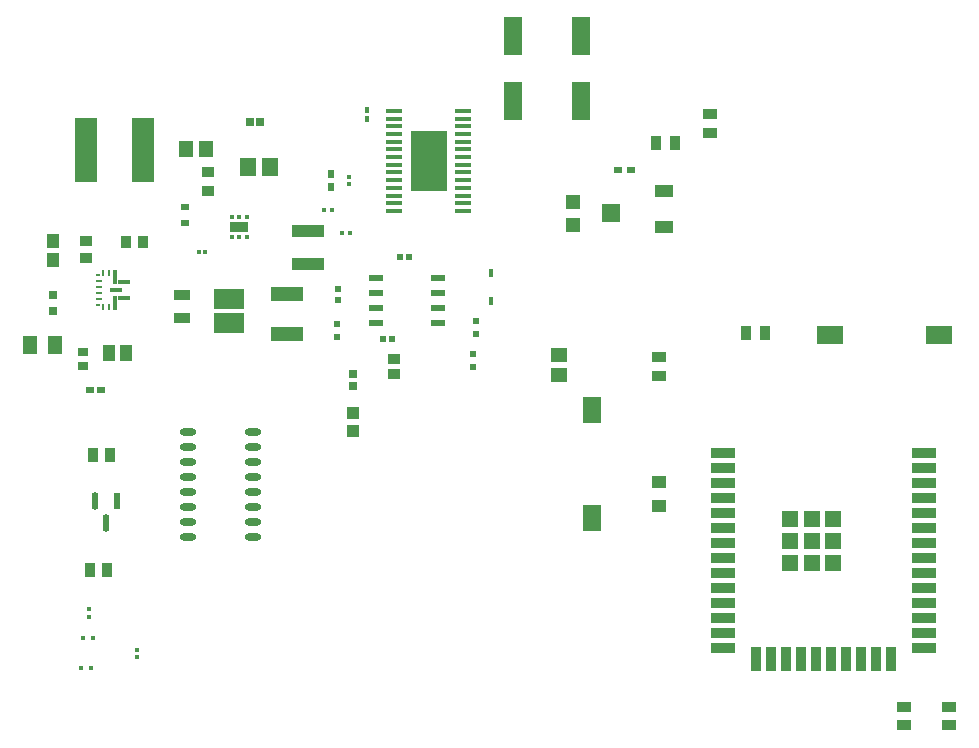
<source format=gbr>
G04*
G04 #@! TF.GenerationSoftware,Altium Limited,Altium Designer,24.9.1 (31)*
G04*
G04 Layer_Color=8421504*
%FSLAX44Y44*%
%MOMM*%
G71*
G04*
G04 #@! TF.SameCoordinates,0288D2A1-9ADD-411E-8E8B-FA1067C2B916*
G04*
G04*
G04 #@! TF.FilePolarity,Positive*
G04*
G01*
G75*
%ADD16R,1.3300X1.3300*%
%ADD17R,0.9000X2.0000*%
%ADD18R,2.0000X0.9000*%
%ADD19R,0.4627X0.5564*%
%ADD20R,1.4750X0.4500*%
%ADD21R,3.1000X5.1800*%
G04:AMPARAMS|DCode=22|XSize=0.55mm|YSize=1.25mm|CornerRadius=0.0495mm|HoleSize=0mm|Usage=FLASHONLY|Rotation=90.000|XOffset=0mm|YOffset=0mm|HoleType=Round|Shape=RoundedRectangle|*
%AMROUNDEDRECTD22*
21,1,0.5500,1.1510,0,0,90.0*
21,1,0.4510,1.2500,0,0,90.0*
1,1,0.0990,0.5755,0.2255*
1,1,0.0990,0.5755,-0.2255*
1,1,0.0990,-0.5755,-0.2255*
1,1,0.0990,-0.5755,0.2255*
%
%ADD22ROUNDEDRECTD22*%
%ADD23R,0.6000X0.6000*%
%ADD24R,1.9200X5.5000*%
%ADD25R,0.4000X0.8000*%
%ADD26R,0.4500X0.4500*%
%ADD27R,0.4200X0.4600*%
%ADD28R,1.2621X0.8581*%
%ADD29R,1.6000X1.0000*%
%ADD30R,1.6500X3.2500*%
%ADD31R,0.4600X0.4200*%
%ADD32R,1.2500X1.0000*%
%ADD33R,0.6000X0.7000*%
%ADD34R,0.8581X1.2621*%
%ADD35R,2.1800X1.6000*%
%ADD36R,2.2000X1.6000*%
%ADD37R,0.8000X0.6000*%
%ADD38R,1.2500X1.4000*%
%ADD39R,1.0000X0.9000*%
%ADD40R,1.4549X1.5562*%
%ADD41R,1.6000X0.9600*%
%ADD42R,0.4000X0.4000*%
%ADD43R,0.6800X0.6800*%
%ADD44R,0.9578X1.2621*%
G04:AMPARAMS|DCode=45|XSize=1.4741mm|YSize=0.5849mm|CornerRadius=0.2925mm|HoleSize=0mm|Usage=FLASHONLY|Rotation=270.000|XOffset=0mm|YOffset=0mm|HoleType=Round|Shape=RoundedRectangle|*
%AMROUNDEDRECTD45*
21,1,1.4741,0.0000,0,0,270.0*
21,1,0.8892,0.5849,0,0,270.0*
1,1,0.5849,0.0000,-0.4446*
1,1,0.5849,0.0000,0.4446*
1,1,0.5849,0.0000,0.4446*
1,1,0.5849,0.0000,-0.4446*
%
%ADD45ROUNDEDRECTD45*%
%ADD46R,0.5849X1.4741*%
%ADD47R,0.7000X0.6500*%
%ADD48R,1.2065X1.5082*%
%ADD49R,0.8500X0.7000*%
%ADD50R,0.6600X0.6200*%
%ADD51R,0.2500X0.5750*%
%ADD52R,0.2500X0.5500*%
%ADD53R,0.4000X1.2500*%
%ADD54R,1.0000X0.4000*%
%ADD55R,0.5500X0.2500*%
%ADD56R,0.4500X0.2250*%
%ADD57R,1.0500X0.4000*%
%ADD58R,1.0546X1.3562*%
%ADD59R,1.4500X0.9500*%
%ADD60O,1.4000X0.6000*%
%ADD61R,0.6725X0.7154*%
%ADD62R,1.0000X1.0500*%
%ADD63R,1.0200X0.8400*%
%ADD64R,1.6000X2.2000*%
%ADD65R,1.6000X2.1800*%
%ADD66R,1.4000X1.2500*%
%ADD67R,2.6062X1.7029*%
%ADD68R,2.8062X1.1542*%
%ADD69R,0.5725X0.5682*%
%ADD70R,0.5600X0.5200*%
%ADD71R,1.0121X1.2084*%
%ADD72R,1.0500X0.9500*%
%ADD73R,0.8100X0.9900*%
%ADD74R,0.4000X0.3200*%
%ADD75R,1.2000X1.2000*%
%ADD76R,1.5000X1.6000*%
%ADD77R,2.7200X1.0200*%
%ADD78R,0.7000X0.6000*%
D16*
X1276220Y652909D02*
D03*
X1257870D02*
D03*
X1239520D02*
D03*
X1276220Y671260D02*
D03*
X1257870D02*
D03*
X1239520D02*
D03*
X1276220Y689610D02*
D03*
X1257870D02*
D03*
X1239520D02*
D03*
D17*
X1325020Y571160D02*
D03*
X1312320D02*
D03*
X1299620D02*
D03*
X1286920D02*
D03*
X1274220D02*
D03*
X1261520D02*
D03*
X1248820D02*
D03*
X1236120D02*
D03*
X1223420D02*
D03*
X1210720D02*
D03*
D18*
X1352870Y746260D02*
D03*
Y733560D02*
D03*
Y720860D02*
D03*
Y708160D02*
D03*
Y695460D02*
D03*
Y682760D02*
D03*
Y670060D02*
D03*
Y657360D02*
D03*
Y644660D02*
D03*
Y631960D02*
D03*
Y619260D02*
D03*
Y606560D02*
D03*
Y593860D02*
D03*
Y581160D02*
D03*
X1182870D02*
D03*
Y593860D02*
D03*
Y606560D02*
D03*
Y619260D02*
D03*
Y631960D02*
D03*
Y644660D02*
D03*
Y657360D02*
D03*
Y670060D02*
D03*
Y682760D02*
D03*
Y695460D02*
D03*
Y708160D02*
D03*
Y720860D02*
D03*
Y733560D02*
D03*
Y746260D02*
D03*
D19*
X881380Y1036042D02*
D03*
Y1028978D02*
D03*
D20*
X904240Y1035350D02*
D03*
Y1028850D02*
D03*
Y1022350D02*
D03*
Y1015850D02*
D03*
Y1009350D02*
D03*
Y1002850D02*
D03*
Y996350D02*
D03*
Y989850D02*
D03*
Y983350D02*
D03*
Y976850D02*
D03*
Y970350D02*
D03*
Y963850D02*
D03*
Y957350D02*
D03*
Y950850D02*
D03*
X963000D02*
D03*
Y957350D02*
D03*
Y963850D02*
D03*
Y970350D02*
D03*
Y976850D02*
D03*
Y983350D02*
D03*
Y989850D02*
D03*
Y996350D02*
D03*
Y1002850D02*
D03*
Y1009350D02*
D03*
Y1015850D02*
D03*
Y1022350D02*
D03*
Y1028850D02*
D03*
Y1035350D02*
D03*
D21*
X933620Y993100D02*
D03*
D22*
X889420Y894080D02*
D03*
Y881380D02*
D03*
Y868680D02*
D03*
Y855980D02*
D03*
X941920Y894080D02*
D03*
Y881380D02*
D03*
Y868680D02*
D03*
Y855980D02*
D03*
D23*
X974090Y857420D02*
D03*
Y846920D02*
D03*
X971550Y818980D02*
D03*
Y829480D02*
D03*
X855980Y854880D02*
D03*
Y844380D02*
D03*
D24*
X643920Y1002030D02*
D03*
X692120D02*
D03*
D25*
X986790Y874710D02*
D03*
Y898210D02*
D03*
D26*
X647700Y563880D02*
D03*
X639700D02*
D03*
X649160Y589280D02*
D03*
X641160D02*
D03*
D27*
X687070Y579370D02*
D03*
Y572770D02*
D03*
X866140Y973330D02*
D03*
Y979930D02*
D03*
X646430Y613660D02*
D03*
Y607060D02*
D03*
D28*
X1172210Y1032660D02*
D03*
Y1017120D02*
D03*
X1336040Y531010D02*
D03*
Y515470D02*
D03*
X1374140Y531010D02*
D03*
Y515470D02*
D03*
X1129030Y826920D02*
D03*
Y811380D02*
D03*
D29*
X1132840Y967500D02*
D03*
Y937500D02*
D03*
D30*
X1062280Y1098550D02*
D03*
X1005280D02*
D03*
X1062280Y1043940D02*
D03*
X1005280D02*
D03*
D31*
X851660Y951230D02*
D03*
X845060D02*
D03*
X860300Y932180D02*
D03*
X866900D02*
D03*
D32*
X1129030Y721040D02*
D03*
Y701040D02*
D03*
D33*
X850900Y982130D02*
D03*
Y971130D02*
D03*
D34*
X1218080Y847090D02*
D03*
X1202540D02*
D03*
X1126340Y1008380D02*
D03*
X1141880D02*
D03*
D35*
X1365480Y845820D02*
D03*
D36*
X1273580D02*
D03*
D37*
X727710Y940920D02*
D03*
Y953920D02*
D03*
D38*
X744850Y1003300D02*
D03*
X728350D02*
D03*
D39*
X746760Y967360D02*
D03*
Y983360D02*
D03*
D40*
X799196Y988060D02*
D03*
X780684D02*
D03*
D41*
X773430Y937260D02*
D03*
D42*
X766930Y928460D02*
D03*
X773430D02*
D03*
X779930D02*
D03*
X766930Y946060D02*
D03*
X773430D02*
D03*
X779930D02*
D03*
D43*
X782010Y1026160D02*
D03*
X791210D02*
D03*
D44*
X661322Y646430D02*
D03*
X646778D02*
D03*
X664210Y744220D02*
D03*
X649666D02*
D03*
D45*
X660400Y686608D02*
D03*
X650900Y705312D02*
D03*
D46*
X669900D02*
D03*
D47*
X615950Y865740D02*
D03*
Y879240D02*
D03*
D48*
X617569Y836930D02*
D03*
X596552D02*
D03*
D49*
X641350Y819750D02*
D03*
Y831250D02*
D03*
D50*
X655910Y798830D02*
D03*
X647110D02*
D03*
D51*
X657640Y869640D02*
D03*
Y897900D02*
D03*
D52*
X662640Y869520D02*
D03*
Y898020D02*
D03*
D53*
X668390Y873020D02*
D03*
Y894520D02*
D03*
D54*
X668890Y883770D02*
D03*
D55*
X654640Y891270D02*
D03*
Y886270D02*
D03*
Y881270D02*
D03*
Y876270D02*
D03*
D56*
X654140Y871400D02*
D03*
Y896140D02*
D03*
D57*
X675640Y877270D02*
D03*
Y890270D02*
D03*
D58*
X662940Y830580D02*
D03*
X677456D02*
D03*
D59*
X725170Y859950D02*
D03*
Y879950D02*
D03*
D60*
X729860Y763270D02*
D03*
Y750570D02*
D03*
Y737870D02*
D03*
Y725170D02*
D03*
Y712470D02*
D03*
Y699770D02*
D03*
Y687070D02*
D03*
Y674370D02*
D03*
X784860Y763270D02*
D03*
Y750570D02*
D03*
Y737870D02*
D03*
Y725170D02*
D03*
Y712470D02*
D03*
Y699770D02*
D03*
Y687070D02*
D03*
Y674370D02*
D03*
D61*
X869950Y812506D02*
D03*
Y802935D02*
D03*
D62*
Y779660D02*
D03*
Y764660D02*
D03*
D63*
X904240Y825850D02*
D03*
Y812450D02*
D03*
D64*
X1071880Y782550D02*
D03*
D65*
Y690650D02*
D03*
D66*
X1043940Y812170D02*
D03*
Y828670D02*
D03*
D67*
X764540Y876646D02*
D03*
Y855634D02*
D03*
D68*
X814070Y846350D02*
D03*
Y880850D02*
D03*
D69*
X857250Y875588D02*
D03*
Y884632D02*
D03*
D70*
X895260Y842010D02*
D03*
X903060D02*
D03*
X909230Y911860D02*
D03*
X917030D02*
D03*
D71*
X615950Y925460D02*
D03*
Y909423D02*
D03*
D72*
X643890Y925460D02*
D03*
Y910960D02*
D03*
D73*
X691430Y924560D02*
D03*
X677630D02*
D03*
D74*
X738980Y915670D02*
D03*
X744380D02*
D03*
D75*
X1055890Y958690D02*
D03*
Y938690D02*
D03*
D76*
X1088390Y948690D02*
D03*
D77*
X831850Y933480D02*
D03*
Y905480D02*
D03*
D78*
X1105320Y985520D02*
D03*
X1094320D02*
D03*
M02*

</source>
